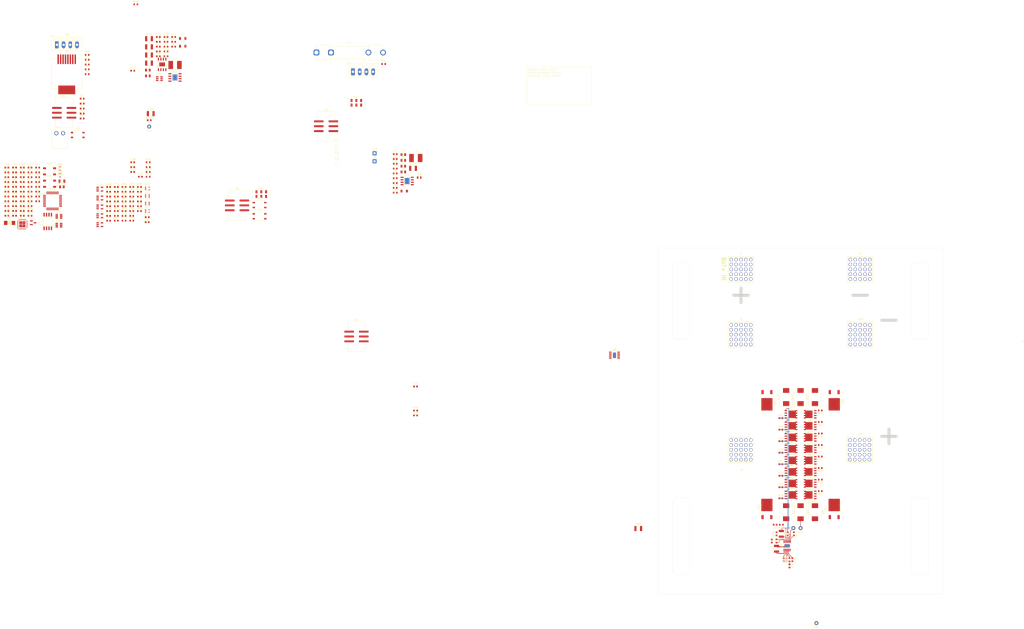
<source format=kicad_pcb>
(kicad_pcb
	(version 20240108)
	(generator "pcbnew")
	(generator_version "8.0")
	(general
		(thickness 1.6)
		(legacy_teardrops no)
	)
	(paper "A3" portrait)
	(layers
		(0 "F.Cu" signal)
		(31 "B.Cu" signal)
		(32 "B.Adhes" user "B.Adhesive")
		(33 "F.Adhes" user "F.Adhesive")
		(34 "B.Paste" user)
		(35 "F.Paste" user)
		(36 "B.SilkS" user "B.Silkscreen")
		(37 "F.SilkS" user "F.Silkscreen")
		(38 "B.Mask" user)
		(39 "F.Mask" user)
		(40 "Dwgs.User" user "User.Drawings")
		(41 "Cmts.User" user "User.Comments")
		(42 "Eco1.User" user "User.Eco1")
		(43 "Eco2.User" user "User.Eco2")
		(44 "Edge.Cuts" user)
		(45 "Margin" user)
		(46 "B.CrtYd" user "B.Courtyard")
		(47 "F.CrtYd" user "F.Courtyard")
		(48 "B.Fab" user)
		(49 "F.Fab" user)
		(50 "User.1" user)
		(51 "User.2" user)
		(52 "User.3" user)
		(53 "User.4" user)
		(54 "User.5" user)
		(55 "User.6" user)
		(56 "User.7" user)
		(57 "User.8" user)
		(58 "User.9" user)
	)
	(setup
		(pad_to_mask_clearance 0)
		(allow_soldermask_bridges_in_footprints no)
		(grid_origin 174 300)
		(pcbplotparams
			(layerselection 0x00010fc_ffffffff)
			(plot_on_all_layers_selection 0x0000000_00000000)
			(disableapertmacros no)
			(usegerberextensions no)
			(usegerberattributes yes)
			(usegerberadvancedattributes yes)
			(creategerberjobfile yes)
			(dashed_line_dash_ratio 12.000000)
			(dashed_line_gap_ratio 3.000000)
			(svgprecision 4)
			(plotframeref no)
			(viasonmask no)
			(mode 1)
			(useauxorigin no)
			(hpglpennumber 1)
			(hpglpenspeed 20)
			(hpglpendiameter 15.000000)
			(pdf_front_fp_property_popups yes)
			(pdf_back_fp_property_popups yes)
			(dxfpolygonmode yes)
			(dxfimperialunits yes)
			(dxfusepcbnewfont yes)
			(psnegative no)
			(psa4output no)
			(plotreference yes)
			(plotvalue yes)
			(plotfptext yes)
			(plotinvisibletext no)
			(sketchpadsonfab no)
			(subtractmaskfromsilk no)
			(outputformat 1)
			(mirror no)
			(drillshape 1)
			(scaleselection 1)
			(outputdirectory "")
		)
	)
	(net 0 "")
	(net 1 "Net-(D1-K)")
	(net 2 "GND")
	(net 3 "Net-(D2-K)")
	(net 4 "VCC")
	(net 5 "Net-(D1-A)")
	(net 6 "/Ub")
	(net 7 "Net-(C10-Pad1)")
	(net 8 "5V5")
	(net 9 "Net-(IC1-SS)")
	(net 10 "5V0")
	(net 11 "Net-(SW1A-B)")
	(net 12 "Net-(U8-BST)")
	(net 13 "VREF")
	(net 14 "/GND_BUS")
	(net 15 "/B_BUS")
	(net 16 "/A_BUS")
	(net 17 "+5V")
	(net 18 "/+5V_BUS")
	(net 19 "/greenMeter/ISENSE_FAST+")
	(net 20 "/greenMeter/ISENSE_PREZ+")
	(net 21 "/greenMeter/ISENSE_PREZ-")
	(net 22 "Net-(Q4-G)")
	(net 23 "/greenMeter/ISENSE_FAST-")
	(net 24 "Net-(Q5-G)")
	(net 25 "Net-(Q6-G)")
	(net 26 "Net-(Q7-G)")
	(net 27 "/chargeControl/DIODE_A")
	(net 28 "Net-(Q8-G)")
	(net 29 "/greenMeter/NRST")
	(net 30 "Net-(IC5-+IN)")
	(net 31 "Net-(IC4-+IN)")
	(net 32 "/dischargeControl/DIODE_A")
	(net 33 "Net-(D4-A)")
	(net 34 "Net-(SW2A-B)")
	(net 35 "unconnected-(SW2A-A-Pad1)")
	(net 36 "/greenMeter/RS485_D")
	(net 37 "Net-(IC2-A)")
	(net 38 "Net-(IC2-B)")
	(net 39 "/greenMeter/RS485_R")
	(net 40 "/greenMeter/ADC_PWDN")
	(net 41 "/greenMeter/SPI1_MOSI")
	(net 42 "/greenMeter/ADC_START")
	(net 43 "/greenMeter/SPI1_MISO")
	(net 44 "/greenMeter/ADC_DRDY")
	(net 45 "/greenMeter/ADC_RESET")
	(net 46 "/greenMeter/ADC_CS")
	(net 47 "/greenMeter/SPI1_SCK")
	(net 48 "/chargeControl/DIODE_K")
	(net 49 "/OVP_IN")
	(net 50 "/chargeControl/SNS+")
	(net 51 "/chargeControl/SNS-")
	(net 52 "/LVP_IN")
	(net 53 "/OVP_OUT")
	(net 54 "/LVP_OUT")
	(net 55 "/ub")
	(net 56 "Net-(Q1-G)")
	(net 57 "Net-(Q2-G)")
	(net 58 "Net-(Q3-G)")
	(net 59 "/greenMeter/CHARGE_ENABLED")
	(net 60 "/greenMeter/DISCHARGE_ENABLED")
	(net 61 "/greenMeter/LED_FUNCTION")
	(net 62 "/greenMeter/LED_ERROR")
	(net 63 "/greenMeter/AUX_EN")
	(net 64 "/greenMeter/ISENSE+")
	(net 65 "/greenMeter/ISENSE-")
	(net 66 "/greenMeter/SWCLK")
	(net 67 "/switchControl/CHG_DETECTED")
	(net 68 "Net-(U17-+)")
	(net 69 "/switchControl/LOAD_DETECTED")
	(net 70 "/SENSE+")
	(net 71 "/SENSE-")
	(net 72 "/ps/pgood")
	(net 73 "/switchControl/TEMP_OK")
	(net 74 "/greenMeter/USENSE-_BUF")
	(net 75 "/greenMeter/USENSE_SHUNT_BUF")
	(net 76 "/greenMeter/USENSE+_BUF")
	(net 77 "/greenMeter/SWDIO")
	(net 78 "/LOAD_CTRL")
	(net 79 "/CHARGE_CONTROL")
	(net 80 "/BMS_OK")
	(net 81 "/U_out_fused")
	(net 82 "/Ub_FUSED")
	(net 83 "Net-(Q13-G)")
	(net 84 "Net-(Q14-G)")
	(net 85 "Net-(Q15-G)")
	(net 86 "Net-(Q16-G)")
	(net 87 "unconnected-(SW2B-A-Pad4)")
	(net 88 "Net-(D6-K)")
	(net 89 "Net-(U4-VIN)")
	(net 90 "Net-(U5-VIN)")
	(net 91 "Net-(U4-BST)")
	(net 92 "Net-(U4-SW)")
	(net 93 "Net-(U5-SW)")
	(net 94 "Net-(U5-BST)")
	(net 95 "Net-(C11-Pad1)")
	(net 96 "Net-(U4-FB)")
	(net 97 "Net-(U5-FB)")
	(net 98 "Net-(C11-Pad2)")
	(net 99 "Net-(C12-Pad2)")
	(net 100 "Net-(U6-FILTER)")
	(net 101 "Net-(U7-SNS-)")
	(net 102 "Net-(C23-Pad1)")
	(net 103 "Net-(U7-VCC)")
	(net 104 "Net-(U7-BST)")
	(net 105 "Net-(U7-TIMER)")
	(net 106 "Net-(U8-SNS-)")
	(net 107 "Net-(C28-Pad1)")
	(net 108 "Net-(U8-VCC)")
	(net 109 "Net-(U8-TIMER)")
	(net 110 "Net-(IC3-+IN)")
	(net 111 "Net-(IC6-CAPN)")
	(net 112 "Net-(IC6-CAPP)")
	(net 113 "Net-(IC6-REFOUT)")
	(net 114 "Net-(IC6-BYPASS)")
	(net 115 "Net-(U12-PC14)")
	(net 116 "Net-(U12-PC15)")
	(net 117 "Net-(U12-PC6)")
	(net 118 "Net-(Q20-C)")
	(net 119 "Net-(Q21-C)")
	(net 120 "Net-(D2-A)")
	(net 121 "Net-(D3-A)")
	(net 122 "Net-(D5-K)")
	(net 123 "Net-(D5-A)")
	(net 124 "Net-(D10-K)")
	(net 125 "Net-(D16-K)")
	(net 126 "Net-(D20-A)")
	(net 127 "Net-(D21-A)")
	(net 128 "unconnected-(IC6-NC-7-Pad25)")
	(net 129 "unconnected-(IC6-NC-6-Pad24)")
	(net 130 "unconnected-(IC6-NC-8-Pad26)")
	(net 131 "unconnected-(IC6-AINCOM-Pad1)")
	(net 132 "unconnected-(IC6-NC-3-Pad21)")
	(net 133 "unconnected-(IC6-AIN4-Pad28)")
	(net 134 "unconnected-(IC6-NC-4-Pad22)")
	(net 135 "unconnected-(IC6-NC-9-Pad27)")
	(net 136 "unconnected-(IC6-NC-2-Pad20)")
	(net 137 "unconnected-(IC6-NC-1-Pad19)")
	(net 138 "unconnected-(IC6-NC-5-Pad23)")
	(net 139 "Net-(J1-Pin_1)")
	(net 140 "unconnected-(J3-Pad6)")
	(net 141 "unconnected-(J3-Pad3)")
	(net 142 "Net-(J11-1)")
	(net 143 "Net-(J11-2)")
	(net 144 "Net-(J12-Pin_2)")
	(net 145 "Net-(J12-Pin_4)")
	(net 146 "Net-(J12-Pin_5)")
	(net 147 "Net-(J12-Pin_6)")
	(net 148 "unconnected-(J14-Pin_6-Pad6)")
	(net 149 "Net-(Q9-G)")
	(net 150 "Net-(Q10-G)")
	(net 151 "Net-(Q11-G)")
	(net 152 "Net-(Q12-G)")
	(net 153 "Net-(U4-EN{slash}UVLO)")
	(net 154 "Net-(U5-EN{slash}UVLO)")
	(net 155 "Net-(U4-RON)")
	(net 156 "Net-(U5-RON)")
	(net 157 "Net-(U7-TGDN)")
	(net 158 "Net-(U7-ISET)")
	(net 159 "Net-(U7-TGUP)")
	(net 160 "Net-(U7-VCCUV)")
	(net 161 "Net-(U8-TGDN)")
	(net 162 "Net-(U8-ISET)")
	(net 163 "Net-(U8-TGUP)")
	(net 164 "Net-(U8-VCCUV)")
	(net 165 "Net-(U15-+)")
	(net 166 "Net-(U14-+)")
	(net 167 "Net-(U14--)")
	(net 168 "Net-(U15--)")
	(net 169 "Net-(U13-SET)")
	(net 170 "Net-(U13-Hyst)")
	(net 171 "Net-(Q18-B)")
	(net 172 "Net-(Q19-B)")
	(net 173 "Net-(Q18-C)")
	(net 174 "Net-(Q19-C)")
	(net 175 "Net-(U16-+)")
	(net 176 "Net-(U7-IMON)")
	(net 177 "Net-(U8-IMON)")
	(net 178 "Net-(U11-V_{OUT})")
	(net 179 "unconnected-(U12-PB1-Pad16)")
	(net 180 "unconnected-(U12-PB3-Pad27)")
	(net 181 "Net-(U16-Pad1)")
	(net 182 "Net-(U17-Pad1)")
	(net 183 "Net-(U18-Pad4)")
	(net 184 "Net-(U19-Pad4)")
	(net 185 "/LOAD_CONTROL")
	(net 186 "Net-(U7-~{FAULT})")
	(net 187 "Net-(U8-~{FAULT})")
	(footprint "Connector_Pin:Pin_D1.0mm_L10.0mm" (layer "F.Cu") (at 170.25 265.75))
	(footprint "Resistor_SMD:R_0603_1608Metric" (layer "F.Cu") (at -178.07 93.11))
	(footprint "Resistor_SMD:R_0603_1608Metric" (layer "F.Cu") (at -227.01 103.09))
	(footprint "Package_TO_SOT_SMD:SOT-363_SC-70-6" (layer "F.Cu") (at -165.92 92.76))
	(footprint "Capacitor_SMD:C_1210_3225Metric" (layer "F.Cu") (at 164 268.75 -90))
	(footprint "Resistor_SMD:R_0603_1608Metric" (layer "F.Cu") (at -174.06 88.09))
	(footprint "Resistor_SMD:R_0603_1608Metric" (layer "F.Cu") (at -227.01 85.52))
	(footprint "Resistor_SMD:R_0201_0603Metric" (layer "F.Cu") (at -211.42 81.11))
	(footprint "Resistor_SMD:R_0603_1608Metric" (layer "F.Cu") (at -178.07 98.13))
	(footprint "LED_SMD:LED_0603_1608Metric" (layer "F.Cu") (at -199.85 49.86))
	(footprint "Resistor_SMD:R_0603_1608Metric" (layer "F.Cu") (at -182.08 105.66))
	(footprint "Resistor_SMD:R_0603_1608Metric" (layer "F.Cu") (at 184.25 246.5 180))
	(footprint "Capacitor_SMD:C_0603_1608Metric" (layer "F.Cu") (at -231.02 77.99))
	(footprint "Resistor_SMD:R_0603_1608Metric" (layer "F.Cu") (at -197.25 26.85))
	(footprint "Resistor_SMD:R_0201_0603Metric" (layer "F.Cu") (at -211.42 79.36))
	(footprint "Package_TO_SOT_SMD:TO-252-2" (layer "F.Cu") (at 191.5 200 -90))
	(footprint "Capacitor_SMD:C_0603_1608Metric" (layer "F.Cu") (at -239.04 103.09))
	(footprint "Resistor_SMD:R_0603_1608Metric" (layer "F.Cu") (at -174.06 90.6))
	(footprint "greenMeter_v3:MAXIM_SO08-208" (layer "F.Cu") (at -217.7538 106.0594))
	(footprint "LED_SMD:LED_0603_1608Metric" (layer "F.Cu") (at -164.96 53.33))
	(footprint "Resistor_SMD:R_0603_1608Metric" (layer "F.Cu") (at -178.07 95.62))
	(footprint "Capacitor_SMD:C_0603_1608Metric" (layer "F.Cu") (at -235.03 80.5))
	(footprint "Button_Switch_SMD:SW_SPST_PTS647_Sx70" (layer "F.Cu") (at -216.82 79.96))
	(footprint "Package_SO:PowerPAK_SO-8_Single" (layer "F.Cu") (at 169 242.5))
	(footprint "Capacitor_SMD:C_0603_1608Metric" (layer "F.Cu") (at -186.09 93.11))
	(footprint "Inductor_SMD:L_Wuerth_WE-GF-1210" (layer "F.Cu") (at -147.54 14.81))
	(footprint "Resistor_SMD:R_0603_1608Metric" (layer "F.Cu") (at 167.25 268.75 90))
	(footprint "Capacitor_SMD:C_0603_1608Metric" (layer "F.Cu") (at -239.04 90.54))
	(footprint "Resistor_SMD:R_0603_1608Metric" (layer "F.Cu") (at 166.75 282.25 90))
	(footprint "Resistor_SMD:R_0603_1608Metric" (layer "F.Cu") (at 184.25 204.5 180))
	(footprint "Capacitor_SMD:C_0603_1608Metric" (layer "F.Cu") (at -182.08 90.6))
	(footprint "Capacitor_SMD:C_0603_1608Metric" (layer "F.Cu") (at -239.04 88.03))
	(footprint "Capacitor_SMD:C_0603_1608Metric" (layer "F.Cu") (at -231.02 103.09))
	(footprint "Resistor_SMD:R_0603_1608Metric" (layer "F.Cu") (at -36.95 81.03))
	(footprint "Connector_Wire:SolderWire-0.5sqmm_1x01_D0.9mm_OD2.1mm" (layer "F.Cu") (at -47.7 70.55))
	(footprint "Connector_Pin:Pin_D1.0mm_L10.0mm" (layer "F.Cu") (at 174 265.75))
	(footprint "Resistor_SMD:R_0603_1608Metric" (layer "F.Cu") (at -174.06 105.66))
	(footprint "Package_SO:PowerPAK_SO-8_Single"
		(layer "F.Cu")
		(uuid "2c3e62dc-bdbd-4bce-a2d3-2aba47567aa1")
		(at 169 224.5)
		(descr "PowerPAK SO-8 Single (https://www.vishay.com/docs/71655/powerpak.pdf, https://www.vishay.com/docs/72599/72599.pdf)")
		(tags "PowerPAK SO-8 Single")
		(property "Reference" "Q4"
			(at 0 -3.5 0)
			(layer "F.SilkS")
			(uuid "ebcb86be-91af-4871-a5ae-7c07167a1a6d")
			(effects
				(font
					(size 1 1)
					(thickness 0.15)
				)
			)
		)
		(property "Value" "SIR500DP"
			(at 0 3.5 0)
			(layer "F.Fab")
			(uuid "8f331a62-9944-4fff-8960-1a54063d9946")
			(effects
				(font
					(size 1 1)
					(thickness 0.15)
				)
			)
		)
		(property "Footprint" "Package_SO:PowerPAK_SO-8_Single"
			(at 0 0 0)
			(unlocked yes)
			(layer "F.Fab")
			(hide yes)
			(uuid "cbdff8d3-158d-4eb0-8618-ceeee23e7c7c")
			(effects
				(font
					(size 1.27 1.27)
					(thickness 0.15)
				)
			)
		)
		(property "Datasheet" "https://www.vishay.com/docs/66840/sir500dp.pdf"
			(at 0 0 0)
			(unlocked yes)
			(layer "F.Fab")
			(hide yes)
			(uuid "c836e357-01fd-42ec-9caf-e6681a075d7b")
			(effects
				(font
					(size 1.27 1.27)
					(thickness 0.15)
				)
			)
		)
		(property "Description" "SIR500DP-T1-RE3  MOSFET N-CH 30V Vds +16V/-12V Vgs 85,9A (Ta) PowerPAK-SO-8 SMD"
			(at 0 0 0)
			(unlocked yes)
			(layer "F.Fab")
			(hide yes)
			(uuid "8e2eea13-f9ab-47d6-bac3-b154104985a0")
			(effects
				(font
					(size 1.27 1.27)
					(thickness 0.15)
				)
			)
		)
		(property "ECS Art#" "T157"
			(at 0 0 0)
			(unlocked yes)
			(layer "F.Fab")
			(hide yes)
			(uuid "c71845b3-7cfb-4237-a82c-e87f52cbca10")
			(effects
				(font
					(size 1 1)
					(thickness 0.15)
				)
			)
		)
		(property "Hersteller" "VISHAY"
			(at 0 0 0)
			(unlocked yes)
			(layer "F.Fab")
			(hide yes)
			(uuid "f5480a2a-ff76-4782-a2ae-847b04b495c9")
			(effects
				(font
					(size 1 1)
					(thickness 0.15)
				)
			)
		)
		(property "HAN" "SIR50DP"
			(at 0 0 0)
			(unlocked yes)
			(layer "F.Fab")
			(hide yes)
			(uuid "3e240cb8-6516-4ea5-9d17-eed32f849ee9")
			(effects
				(font
					(size 1 1)
					(thickness 0.15)
				)
			)
		)
		(property ki_fp_filters "PowerPAK*SO*Single*")
		(path "/108fac66-0a35-4a2b-bdbd-3dd4b8eaee87/c94f04be-152b-4fb9-b09c-358243799c81")
		(sheetname "chargeControl")
		(sheetfile "MosfetSwitch.kicad_sch")
		(attr smd)
		(fp_line
			(start -2.945 -2.57)
			(end 2.945 -2.57)
			(stroke
				(width 0.12)
				(type solid)
			)
			(layer "F.SilkS")
			(uuid "2bc954e2-4918-4d90-9d70-39da2aefe1b5")
		)
		(fp_line
			(start -2.945 2.57)
			(end 2.945 2.57)
			(stroke
				(width 0.12)
				(type solid)
			)
			(layer "F.SilkS")
			(uuid "2672dc54-73f3-4e7a-a6ab-50057b92dd4f")
		)
		(fp_poly
			(pts
				(xy -3.575 -1.925) (xy -3.905 -2.165) (xy -3.905 -1.685) (xy -3.575 -1.925)
			)
			(stroke
				(width 0.12)
				(type solid)
			)
			(fill solid)
			(layer "F.SilkS")
			(uuid "d59aeb1c-3516-46b6-b0d0-790765cc42a7")
		)
		(fp_line
			(start -3.55 -2.75)
			(end -3.55 2.75)
			(stroke
				(width 0.05)
				(type solid)
			)
			(layer "F.CrtYd")
			(uuid "64213fe3-b361-4293-8a3f-0a12aa692a3a")
		)
		(fp_line
			(start -3.55 -2.75)
			(end 3.55 -2.75)
			(stroke
				(width 0.05)
				(type solid)
			)
			(layer "F.CrtYd")
			(uuid "31c7f1fd-a792-4164-9cb8-f0f6f697481a")
		)
		(fp_line
			(start -3.55 2.75)
			(end 3.55 2.75)
			(stroke
				(width 0.05)
				(type solid)
			)
			(layer "F.CrtYd")
			(uuid "2a9fa623-3f75-401f-ba7b-79989f30bea1")
		)
		(fp_line
			(start 3.55 -2.75)
			(end 3.55 2.75)
			(stroke
				(width 0.05)
				(type solid)
			)
			(layer "F.CrtYd")
			(uuid "df051e7a-b38e-4d69-963e-b1c3f39a50cd")
		)
		(fp_line
			(start -2.945 2.45)
			(end -2.945 -1.45)
			(stroke
				(width 0.1)
				(type solid)
			)
			(layer "F.Fab")
			(uuid "ea9c4376-f5be-4626-b4f0-a5b796c40933")
		)
		(fp_line
			(start -1.945 -2.45)
			(end -2.945 -1.45)
			(stroke
				(width 0.1)
				(type solid)
			)
			(layer "F.Fab")
			(uuid "e841fd86-56a6-4157-8ded-f7bcc2708307")
		)
		(fp_line
			(start -1.945 -2.45)
			(end 2.945 -2.45)
			(stroke
				(width 0.1)
				(type solid)
			)
			(layer "F.Fab")
			(uuid "d0f26cb7-1574-447d-9cd8-c4b5872a15cd")
		)
		(fp_line
			(start 2.945 -2.45)
			(end 2.945 2.45)
			(stroke
				(width 0.1)
				(type solid)
			)
			(layer "F.Fab")
			(uuid "bca2dac7-e092-4843-8a9e-4d830bc56244")
		)
		(fp_line
			(start 2.945
... [1437307 chars truncated]
</source>
